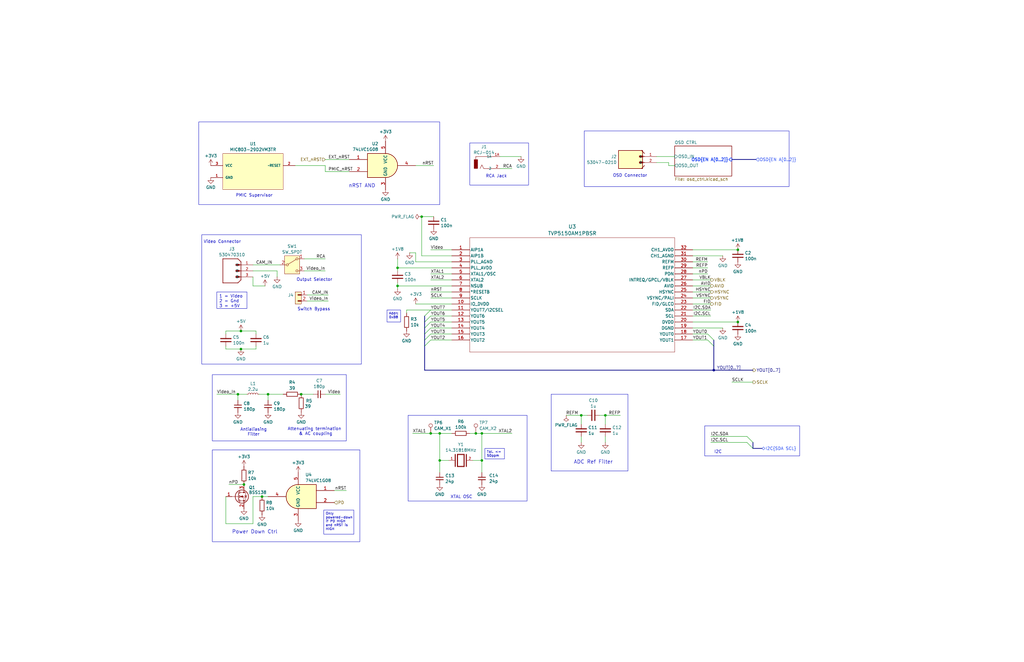
<source format=kicad_sch>
(kicad_sch (version 20231120) (generator "eeschema") (generator_version "8.0")
  (paper "B")
  (title_block (title "Camera Testing Board") (date "2024-10-19") (rev "1") (comment 1 "E. Eidt"))
  (lib_symbols
    (symbol "2pin-Picoblade:53047-0210" (pin_names (offset 1.016))
      (property "Reference" "J" (at -5.58 5.08 0))
      (property "Value" "53047-0210" (at -5.08 -5.08 0))
      (symbol "53047-0210_0_0"
        (rectangle (start -4.445 -0.3175) (end -2.8575 0.3175) (stroke (width 0.1)) (fill (type outline)))
        (rectangle (start -4.445 2.2225) (end -2.8575 2.8575) (stroke (width 0.1)) (fill (type outline)))
        (rectangle (start -4.2863 -2.54) (end 5.8738 5.08) (stroke (width 0.254)) (fill (type background)))
        (polyline (pts (xy -5.08 -1.27) (xy -3.81 -2.54)) (stroke (width 0.254)))
        (polyline (pts (xy -5.08 0) (xy -3.175 0)) (stroke (width 0.254)))
        (polyline (pts (xy -5.08 2.54) (xy -3.175 2.54)) (stroke (width 0.254)))
        (polyline (pts (xy -5.08 3.81) (xy -3.81 5.08)) (stroke (width 0.254)))
      )
      (symbol "53047-0210_1_0"
        (pin passive line (at -10.16 2.54 0) (length 5.08) (name "1") (number "1"))
        (pin passive line (at -10.16 0 0) (length 5.08) (name "2") (number "2"))
      )
    )
    (symbol "3pin-Picoblade:530470310" (pin_names (offset 1.016))
      (property "Reference" "J" (at 0 6.35 0))
      (property "Value" "530470310" (at 0 -7.62 0))
      (symbol "530470310_0_0"
        (polyline (pts (xy 0 -3.81) (xy 1.27 -5.08)) (stroke (width 0.254)))
        (polyline (pts (xy 0 -2.54) (xy 1.905 -2.54)) (stroke (width 0.254)))
        (polyline (pts (xy 0 0) (xy 1.905 0)) (stroke (width 0.254)))
        (polyline (pts (xy 0 2.54) (xy 1.905 2.54)) (stroke (width 0.254)))
        (polyline (pts (xy 0 3.81) (xy 0 -3.81)) (stroke (width 0.254)))
        (polyline (pts (xy 0 3.81) (xy 1.27 5.08)) (stroke (width 0.254)))
        (polyline (pts (xy 1.27 -5.08) (xy 7.62 -5.08)) (stroke (width 0.254)))
        (polyline (pts (xy 7.62 -5.08) (xy 7.62 5.08)) (stroke (width 0.254)))
        (polyline (pts (xy 7.62 5.08) (xy 1.27 5.08)) (stroke (width 0.254)))
        (rectangle (start 0.635 -2.8575) (end 2.2225 -2.2225) (stroke (width 0.1)) (fill (type outline)))
        (rectangle (start 0.635 -0.3175) (end 2.2225 0.3175) (stroke (width 0.1)) (fill (type outline)))
        (rectangle (start 0.635 2.2225) (end 2.2225 2.8575) (stroke (width 0.1)) (fill (type outline)))
        (pin passive line (at -5.08 2.54 0) (length 5.08) (name "1") (number "1"))
        (pin passive line (at -5.08 0 0) (length 5.08) (name "2") (number "2"))
        (pin passive line (at -5.08 -2.54 0) (length 5.08) (name "3") (number "3"))
      )
    )
    (symbol "74xGxx:74LVC1G08"
      (property "Reference" "U" (at -5.08 7.62 0))
      (property "Value" "74LVC1G08" (at 7.62 -7.62 0))
      (symbol "74LVC1G08_0_1"
        (arc (start 0 -5.08) (mid 5.0579 0) (end 0 5.08) (stroke (width 0.254)) (fill (type background)))
        (polyline (pts (xy 0 -5.08) (xy -7.62 -5.08) (xy -7.62 5.08) (xy 0 5.08)) (stroke (width 0.254)) (fill (type background)))
      )
      (symbol "74LVC1G08_1_1"
        (pin input line (at -15.24 2.54 0) (length 7.62) (name "~") (number "1"))
        (pin input line (at -15.24 -2.54 0) (length 7.62) (name "~") (number "2"))
        (pin power_in line (at 0 -10.16 90) (length 5.08) (name "GND") (number "3"))
        (pin output line (at 12.7 0 180) (length 7.62) (name "~") (number "4"))
        (pin power_in line (at 0 10.16 270) (length 5.08) (name "VCC") (number "5"))
      )
    )
    (symbol "ABLS2_14_31818MHZ_D4Y_T:ABLS2-14.31818MHZ-D4Y-T" (pin_names (offset 1.016))
      (property "Reference" "Y" (at -5.0878 3.8159 0))
      (property "Value" "ABLS2-14.31818MHZ-D4Y-T" (at -5.0944 -5.0944 0))
      (symbol "ABLS2-14.31818MHZ-D4Y-T_0_0"
        (polyline (pts (xy -2.3368 2.54) (xy -2.3368 -2.54)) (stroke (width 0.4064)))
        (polyline (pts (xy -1.397 2.54) (xy -1.397 -2.54)) (stroke (width 0.4064)))
        (polyline (pts (xy -1.397 2.54) (xy 1.397 2.54)) (stroke (width 0.4064)))
        (polyline (pts (xy 1.397 -2.54) (xy -1.397 -2.54)) (stroke (width 0.4064)))
        (polyline (pts (xy 1.397 2.54) (xy 1.397 -2.54)) (stroke (width 0.4064)))
        (polyline (pts (xy 2.3368 2.54) (xy 2.3368 -2.54)) (stroke (width 0.4064)))
        (pin passive line (at -5.08 0 0) (length 2.54) (name "~") (number "1"))
        (pin passive line (at 5.08 0 180) (length 2.54) (name "~") (number "2"))
      )
    )
    (symbol "Connector:TestPoint" (pin_numbers hide) (pin_names (offset 0.762) hide)
      (property "Reference" "TP" (at 0 6.858 0))
      (property "Value" "TestPoint" (at 0 5.08 0))
      (symbol "TestPoint_0_1"
        (circle (center 0 3.302) (radius 0.762))
      )
      (symbol "TestPoint_1_1"
        (pin passive line (at 0 0 90) (length 2.54) (name "1") (number "1"))
      )
    )
    (symbol "Device:C_Small" (pin_numbers hide) (pin_names (offset 0.254) hide)
      (property "Reference" "C" (at 0.254 1.778 0))
      (property "Value" "C_Small" (at 0.254 -2.032 0))
      (symbol "C_Small_0_1"
        (polyline (pts (xy -1.524 -0.508) (xy 1.524 -0.508)) (stroke (width 0.3302)))
        (polyline (pts (xy -1.524 0.508) (xy 1.524 0.508)) (stroke (width 0.3048)))
      )
      (symbol "C_Small_1_1"
        (pin passive line (at 0 2.54 270) (length 2.032) (name "~") (number "1"))
        (pin passive line (at 0 -2.54 90) (length 2.032) (name "~") (number "2"))
      )
    )
    (symbol "Device:L_Small" (pin_numbers hide) (pin_names (offset 0.254) hide)
      (property "Reference" "L" (at 0.762 1.016 0))
      (property "Value" "L_Small" (at 0.762 -1.016 0))
      (symbol "L_Small_0_1"
        (arc (start 0 -2.032) (mid 0.5058 -1.524) (end 0 -1.016))
        (arc (start 0 -1.016) (mid 0.5058 -0.508) (end 0 0))
        (arc (start 0 0) (mid 0.5058 0.508) (end 0 1.016))
        (arc (start 0 1.016) (mid 0.5058 1.524) (end 0 2.032))
      )
      (symbol "L_Small_1_1"
        (pin passive line (at 0 2.54 270) (length 0.508) (name "~") (number "1"))
        (pin passive line (at 0 -2.54 90) (length 0.508) (name "~") (number "2"))
      )
    )
    (symbol "MIC803-29D2VM3TR:MIC803-29D2VM3TR" (pin_names (offset 1.016))
      (property "Reference" "U" (at 11.7361 7.2398 0))
      (property "Value" "MIC803-29D2VM3TR" (at 13.8004 -12.9871 0))
      (symbol "MIC803-29D2VM3TR_0_0"
        (rectangle (start 5.08 -10.16) (end 30.48 5.08) (stroke (width 0.127)) (fill (type background)))
        (pin passive line (at 0 -5.08 0) (length 5.08) (name "GND") (number "1"))
        (pin passive line (at 35.56 0 180) (length 5.08) (name "~RESET") (number "2"))
        (pin power_in line (at 0 0 0) (length 5.08) (name "VCC") (number "3"))
      )
    )
    (symbol "PCM_SL_Capacitors:104_Ceramic"
      (property "Reference" "C" (at 0 6.35 0))
      (property "Value" "104_Ceramic" (at 0 3.81 0))
      (symbol "104_Ceramic_0_1"
        (rectangle (start -0.762 2.286) (end -0.508 -2.286) (fill (type outline)))
        (rectangle (start 0.508 2.286) (end 0.762 -2.286) (fill (type outline)))
      )
      (symbol "104_Ceramic_1_1"
        (pin passive line (at -2.54 0 0) (length 2) (name "~") (number "1"))
        (pin input line (at 2.54 0 180) (length 2) (name "~") (number "2"))
      )
    )
    (symbol "PCM_SL_Devices:Capacitor_NP"
      (property "Reference" "C" (at 0 6.35 0))
      (property "Value" "Capacitor_NP" (at 0 3.81 0))
      (symbol "Capacitor_NP_0_1"
        (rectangle (start -0.762 2.286) (end -0.508 -2.286) (fill (type outline)))
        (rectangle (start 0.508 2.286) (end 0.762 -2.286) (fill (type outline)))
      )
      (symbol "Capacitor_NP_1_1"
        (pin passive line (at -2.54 0 0) (length 2) (name "~") (number "1"))
        (pin input line (at 2.54 0 180) (length 2) (name "~") (number "2"))
      )
    )
    (symbol "PCM_SL_Pin_Headers:PINHD_1x2_Male"
      (property "Reference" "J" (at 0 6.35 0))
      (property "Value" "PINHD_1x2_Male" (at 0 3.81 0))
      (symbol "PINHD_1x2_Male_0_1"
        (rectangle (start -1.27 2.54) (end 1.27 -2.54) (fill (type background)))
        (polyline (pts (xy -1.27 -1.27) (xy 0 -1.27)) (stroke (width 0.3)))
        (polyline (pts (xy -1.27 -1.27) (xy 0 -1.27)) (stroke (width 0.5)))
        (polyline (pts (xy -1.27 1.27) (xy 0 1.27)) (stroke (width 0.3)))
        (polyline (pts (xy -1.27 1.27) (xy 0 1.27)) (stroke (width 0.5)))
      )
      (symbol "PINHD_1x2_Male_1_1"
        (pin passive line (at -3.81 1.27 0) (length 2.54) (name "") (number "1"))
        (pin passive line (at -3.81 -1.27 0) (length 2.54) (name "") (number "2"))
      )
    )
    (symbol "PCM_SL_Resistors:100k"
      (property "Reference" "R" (at 0 5.08 0))
      (property "Value" "100k" (at 0 2.54 0))
      (symbol "100k_0_1"
        (rectangle (start -2.286 0.889) (end 2.286 -0.889) (stroke (width 0.24)))
      )
      (symbol "100k_1_1"
        (pin passive line (at -3.81 0 0) (length 1.5) (name "") (number "1"))
        (pin passive line (at 3.81 0 180) (length 1.5) (name "~") (number "2"))
      )
    )
    (symbol "PCM_SL_Resistors:10k"
      (property "Reference" "R" (at 0 5.08 0))
      (property "Value" "10k" (at 0 2.54 0))
      (symbol "10k_0_1"
        (rectangle (start -2.286 0.889) (end 2.286 -0.889) (stroke (width 0.24)))
      )
      (symbol "10k_1_1"
        (pin passive line (at -3.81 0 0) (length 1.5) (name "") (number "1"))
        (pin passive line (at 3.81 0 180) (length 1.5) (name "~") (number "2"))
      )
    )
    (symbol "PCM_SL_Resistors:Resistor"
      (property "Reference" "R" (at 0 5.08 0))
      (property "Value" "Resistor" (at 0 2.54 0))
      (symbol "Resistor_0_1"
        (rectangle (start -2.286 0.889) (end 2.286 -0.889) (stroke (width 0.24)))
      )
      (symbol "Resistor_1_1"
        (pin passive line (at -3.81 0 0) (length 1.5) (name "") (number "1"))
        (pin passive line (at 3.81 0 180) (length 1.5) (name "~") (number "2"))
      )
    )
    (symbol "RCJ-014:RCJ-014" (pin_names (offset 1.016))
      (property "Reference" "J" (at -2.5442 3.8163 0))
      (property "Value" "RCJ-014" (at -2.5431 -6.3577 0))
      (symbol "RCJ-014_0_0"
        (rectangle (start -3.3056 -2.5427) (end -1.778 1.27) (stroke (width 0.1)) (fill (type outline)))
        (polyline (pts (xy -2.54 2.54) (xy -2.54 1.27)) (stroke (width 0.1524)))
        (polyline (pts (xy 0 -1.016) (xy -0.762 -2.54)) (stroke (width 0.1524)))
        (polyline (pts (xy 0.762 -2.54) (xy 0 -1.016)) (stroke (width 0.1524)))
        (polyline (pts (xy 2.54 -2.54) (xy 0.762 -2.54)) (stroke (width 0.1524)))
        (polyline (pts (xy 5.08 -2.54) (xy 2.54 -2.54)) (stroke (width 0.1524)))
        (polyline (pts (xy 5.08 2.54) (xy -2.54 2.54)) (stroke (width 0.1524)))
        (pin passive line (at 7.62 -2.54 180) (length 2.54) (name "2") (number "2"))
      )
      (symbol "RCJ-014_1_0"
        (pin passive line (at 7.62 2.54 180) (length 2.54) (name "1A") (number "1A"))
        (pin no_connect line (at 5.08 5.08 180) (length 2.54) hide (name "1B") (number "1B"))
        (pin no_connect line (at 5.08 7.62 180) (length 2.54) hide (name "1C") (number "1C"))
      )
    )
    (symbol "Switch:SW_SPDT" (pin_names (offset 0) hide)
      (property "Reference" "SW" (at 0 5.08 0))
      (property "Value" "SW_SPDT" (at 0 -5.08 0))
      (symbol "SW_SPDT_0_1"
        (circle (center -2.032 0) (radius 0.4572))
        (polyline (pts (xy -1.651 0.254) (xy 1.651 2.286)))
        (circle (center 2.032 -2.54) (radius 0.4572))
        (circle (center 2.032 2.54) (radius 0.4572))
      )
      (symbol "SW_SPDT_1_1"
        (rectangle (start -3.175 3.81) (end 3.175 -3.81) (fill (type background)))
        (pin passive line (at 5.08 2.54 180) (length 2.54) (name "A") (number "1"))
        (pin passive line (at -5.08 0 0) (length 2.54) (name "B") (number "2"))
        (pin passive line (at 5.08 -2.54 180) (length 2.54) (name "C") (number "3"))
      )
    )
    (symbol "TVP5150AM1PBSR:TVP5150AM1PBSR" (pin_names (offset 0.254))
      (property "Reference" "U" (at 50.8 10.16 0))
      (property "Value" "TVP5150AM1PBSR" (at 50.8 7.62 0))
      (symbol "TVP5150AM1PBSR_0_1"
        (polyline (pts (xy 7.62 -43.18) (xy 93.98 -43.18)) (stroke (width 0.127)))
        (polyline (pts (xy 7.62 5.08) (xy 7.62 -43.18)) (stroke (width 0.127)))
        (polyline (pts (xy 93.98 -43.18) (xy 93.98 5.08)) (stroke (width 0.127)))
        (polyline (pts (xy 93.98 5.08) (xy 7.62 5.08)) (stroke (width 0.127)))
        (pin input line (at 0 0 0) (length 7.62) (name "AIP1A") (number "1"))
        (pin power_in line (at 0 -22.86 0) (length 7.62) (name "IO_DVDD") (number "10"))
        (pin bidirectional line (at 0 -25.4 0) (length 7.62) (name "YOUT7/I2CSEL") (number "11"))
        (pin output line (at 0 -27.94 0) (length 7.62) (name "YOUT6") (number "12"))
        (pin output line (at 0 -30.48 0) (length 7.62) (name "YOUT5") (number "13"))
        (pin output line (at 0 -33.02 0) (length 7.62) (name "YOUT4") (number "14"))
        (pin output line (at 0 -35.56 0) (length 7.62) (name "YOUT3") (number "15"))
        (pin output line (at 0 -38.1 0) (length 7.62) (name "YOUT2") (number "16"))
        (pin output line (at 101.6 -38.1 180) (length 7.62) (name "YOUT1") (number "17"))
        (pin output line (at 101.6 -35.56 180) (length 7.62) (name "YOUT0") (number "18"))
        (pin power_in line (at 101.6 -33.02 180) (length 7.62) (name "DGND") (number "19"))
        (pin input line (at 0 -2.54 0) (length 7.62) (name "AIP1B") (number "2"))
        (pin power_in line (at 101.6 -30.48 180) (length 7.62) (name "DVDD") (number "20"))
        (pin bidirectional line (at 101.6 -27.94 180) (length 7.62) (name "SCL") (number "21"))
        (pin bidirectional line (at 101.6 -25.4 180) (length 7.62) (name "SDA") (number "22"))
        (pin output line (at 101.6 -22.86 180) (length 7.62) (name "FID/GLCO") (number "23"))
        (pin output line (at 101.6 -20.32 180) (length 7.62) (name "VSYNC/PALI") (number "24"))
        (pin output line (at 101.6 -17.78 180) (length 7.62) (name "HSYNC") (number "25"))
        (pin output line (at 101.6 -15.24 180) (length 7.62) (name "AVID") (number "26"))
        (pin bidirectional line (at 101.6 -12.7 180) (length 7.62) (name "INTREQ/GPCL/VBLK") (number "27"))
        (pin input line (at 101.6 -10.16 180) (length 7.62) (name "PDN") (number "28"))
        (pin input line (at 101.6 -7.62 180) (length 7.62) (name "REFP") (number "29"))
        (pin power_in line (at 0 -5.08 0) (length 7.62) (name "PLL_AGND") (number "3"))
        (pin input line (at 101.6 -5.08 180) (length 7.62) (name "REFM") (number "30"))
        (pin input line (at 101.6 -2.54 180) (length 7.62) (name "CH1_AGND") (number "31"))
        (pin input line (at 101.6 0 180) (length 7.62) (name "CH1_AVDD") (number "32"))
        (pin power_in line (at 0 -7.62 0) (length 7.62) (name "PLL_AVDD") (number "4"))
        (pin input line (at 0 -10.16 0) (length 7.62) (name "XTAL1/OSC") (number "5"))
        (pin output line (at 0 -12.7 0) (length 7.62) (name "XTAL2") (number "6"))
        (pin input line (at 0 -15.24 0) (length 7.62) (name "NSUB") (number "7"))
        (pin input line (at 0 -17.78 0) (length 7.62) (name "*RESETB") (number "8"))
        (pin output line (at 0 -20.32 0) (length 7.62) (name "SCLK") (number "9"))
      )
    )
    (symbol "Transistor_FET:BSS138" (pin_names hide)
      (property "Reference" "Q" (at 5.08 1.905 0))
      (property "Value" "BSS138" (at 5.08 0 0))
      (symbol "BSS138_0_1"
        (polyline (pts (xy 0.254 0) (xy -2.54 0)))
        (polyline (pts (xy 0.254 1.905) (xy 0.254 -1.905)) (stroke (width 0.254)))
        (polyline (pts (xy 0.762 -1.27) (xy 0.762 -2.286)) (stroke (width 0.254)))
        (polyline (pts (xy 0.762 0.508) (xy 0.762 -0.508)) (stroke (width 0.254)))
        (polyline (pts (xy 0.762 2.286) (xy 0.762 1.27)) (stroke (width 0.254)))
        (polyline (pts (xy 2.54 2.54) (xy 2.54 1.778)))
        (polyline (pts (xy 2.54 -2.54) (xy 2.54 0) (xy 0.762 0)))
        (polyline (pts (xy 0.762 -1.778) (xy 3.302 -1.778) (xy 3.302 1.778) (xy 0.762 1.778)))
        (polyline (pts (xy 1.016 0) (xy 2.032 0.381) (xy 2.032 -0.381) (xy 1.016 0)) (fill (type outline)))
        (polyline (pts (xy 2.794 0.508) (xy 2.921 0.381) (xy 3.683 0.381) (xy 3.81 0.254)))
        (polyline (pts (xy 3.302 0.381) (xy 2.921 -0.254) (xy 3.683 -0.254) (xy 3.302 0.381)))
        (circle (center 1.651 0) (radius 2.794) (stroke (width 0.254)))
        (circle (center 2.54 -1.778) (radius 0.254) (fill (type outline)))
        (circle (center 2.54 1.778) (radius 0.254) (fill (type outline)))
      )
      (symbol "BSS138_1_1"
        (pin input line (at -5.08 0 0) (length 2.54) (name "G") (number "1"))
        (pin passive line (at 2.54 -5.08 90) (length 2.54) (name "S") (number "2"))
        (pin passive line (at 2.54 5.08 270) (length 2.54) (name "D") (number "3"))
      )
    )
    (symbol "power:+1V8" (power) (pin_numbers hide) (pin_names (offset 0) hide)
      (property "Value" "+1V8" (at 0 3.556 0))
      (symbol "+1V8_0_1"
        (polyline (pts (xy -0.762 1.27) (xy 0 2.54)))
        (polyline (pts (xy 0 0) (xy 0 2.54)))
        (polyline (pts (xy 0 2.54) (xy 0.762 1.27)))
      )
      (symbol "+1V8_1_1"
        (pin power_in line (at 0 0 90) (length 0) (name "~") (number "1"))
      )
    )
    (symbol "power:+3V3" (power) (pin_numbers hide) (pin_names (offset 0) hide)
      (property "Value" "+3V3" (at 0 3.556 0))
      (symbol "+3V3_0_1"
        (polyline (pts (xy -0.762 1.27) (xy 0 2.54)))
        (polyline (pts (xy 0 0) (xy 0 2.54)))
        (polyline (pts (xy 0 2.54) (xy 0.762 1.27)))
      )
      (symbol "+3V3_1_1"
        (pin power_in line (at 0 0 90) (length 0) (name "~") (number "1"))
      )
    )
    (symbol "power:+5V" (power) (pin_numbers hide) (pin_names (offset 0) hide)
      (property "Value" "+5V" (at 0 3.556 0))
      (symbol "+5V_0_1"
        (polyline (pts (xy -0.762 1.27) (xy 0 2.54)))
        (polyline (pts (xy 0 0) (xy 0 2.54)))
        (polyline (pts (xy 0 2.54) (xy 0.762 1.27)))
      )
      (symbol "+5V_1_1"
        (pin power_in line (at 0 0 90) (length 0) (name "~") (number "1"))
      )
    )
    (symbol "power:GND" (power) (pin_numbers hide) (pin_names (offset 0) hide)
      (property "Value" "GND" (at 0 -3.81 0))
      (symbol "GND_0_1"
        (polyline (pts (xy 0 0) (xy 0 -1.27) (xy 1.27 -1.27) (xy 0 -2.54) (xy -1.27 -1.27) (xy 0 -1.27)))
      )
      (symbol "GND_1_1"
        (pin power_in line (at 0 0 270) (length 0) (name "~") (number "1"))
      )
    )
    (symbol "power:PWR_FLAG" (power) (pin_numbers hide) (pin_names (offset 0) hide)
      (property "Value" "PWR_FLAG" (at 0 3.81 0))
      (symbol "PWR_FLAG_0_0"
        (pin power_out line (at 0 0 90) (length 0) (name "~") (number "1"))
      )
      (symbol "PWR_FLAG_0_1"
        (polyline (pts (xy 0 0) (xy 0 1.27) (xy -1.016 1.905) (xy 0 2.54) (xy 1.016 1.905) (xy 0 1.27)))
      )
    )
  )
  (junction (at 255.27 175.26))
  (junction (at 167.64 113.03))
  (junction (at 167.64 120.65))
  (junction (at 101.6 139.7))
  (junction (at 181.61 182.88))
  (junction (at 203.2 194.31))
  (junction (at 245.11 175.26))
  (junction (at 185.42 182.88))
  (junction (at 110.49 209.55))
  (junction (at 100.33 166.37))
  (junction (at 200.66 182.88))
  (junction (at 113.03 166.37))
  (junction (at 300.99 156.21))
  (junction (at 177.8 91.44))
  (junction (at 311.15 135.89))
  (junction (at 127 166.37))
  (junction (at 185.42 194.31))
  (junction (at 101.6 147.32))
  (junction (at 102.87 204.47))
  (junction (at 203.2 182.88))
  (junction (at 311.15 105.41))
  (bus_entry (at 179.07 140.97) (size 2.54 -2.54))
  (bus_entry (at 179.07 146.05) (size 2.54 -2.54))
  (bus_entry (at 298.45 143.51) (size 2.54 2.54))
  (bus_entry (at 179.07 135.89) (size 2.54 -2.54))
  (bus_entry (at 314.96 184.15) (size 2.54 2.54))
  (bus_entry (at 179.07 143.51) (size 2.54 -2.54))
  (bus_entry (at 298.45 140.97) (size 2.54 2.54))
  (bus_entry (at 179.07 138.43) (size 2.54 -2.54))
  (bus_entry (at 314.96 186.69) (size 2.54 2.54))
  (bus_entry (at 179.07 133.35) (size 2.54 -2.54))
  (wire (pts (xy 276.86 68.58) (xy 281.94 68.58)))
  (wire (pts (xy 255.27 184.15) (xy 255.27 186.69)))
  (wire (pts (xy 101.6 147.32) (xy 107.95 147.32)))
  (wire (pts (xy 128.27 109.22) (xy 137.16 109.22)))
  (wire (pts (xy 181.61 143.51) (xy 190.5 143.51)))
  (wire (pts (xy 185.42 199.39) (xy 185.42 194.31)))
  (wire (pts (xy 298.45 113.03) (xy 292.1 113.03)))
  (wire (pts (xy 95.25 147.32) (xy 101.6 147.32)))
  (wire (pts (xy 292.1 143.51) (xy 298.45 143.51)))
  (wire (pts (xy 128.27 114.3) (xy 137.16 114.3)))
  (bus (pts (xy 317.5 189.23) (xy 321.31 189.23)))
  (wire (pts (xy 177.8 107.95) (xy 177.8 91.44)))
  (wire (pts (xy 95.25 139.7) (xy 101.6 139.7)))
  (wire (pts (xy 299.72 133.35) (xy 292.1 133.35)))
  (wire (pts (xy 181.61 105.41) (xy 190.5 105.41)))
  (bus (pts (xy 308.61 67.31) (xy 318.77 67.31)))
  (wire (pts (xy 292.1 135.89) (xy 311.15 135.89)))
  (wire (pts (xy 181.61 140.97) (xy 190.5 140.97)))
  (wire (pts (xy 140.97 207.01) (xy 146.05 207.01)))
  (bus (pts (xy 300.99 156.21) (xy 317.5 156.21)))
  (wire (pts (xy 129.54 124.46) (xy 138.43 124.46)))
  (bus (pts (xy 300.99 143.51) (xy 300.99 146.05)))
  (wire (pts (xy 292.1 140.97) (xy 298.45 140.97)))
  (bus (pts (xy 179.07 135.89) (xy 179.07 138.43)))
  (wire (pts (xy 116.84 114.3) (xy 116.84 116.84)))
  (wire (pts (xy 210.82 66.04) (xy 219.71 66.04)))
  (wire (pts (xy 181.61 182.88) (xy 185.42 182.88)))
  (wire (pts (xy 137.16 72.39) (xy 137.16 69.85)))
  (wire (pts (xy 95.25 220.98) (xy 106.68 220.98)))
  (wire (pts (xy 238.76 175.26) (xy 245.11 175.26)))
  (wire (pts (xy 113.03 166.37) (xy 113.03 168.91)))
  (wire (pts (xy 200.66 182.88) (xy 203.2 182.88)))
  (bus (pts (xy 300.99 146.05) (xy 300.99 156.21)))
  (wire (pts (xy 203.2 182.88) (xy 215.9 182.88)))
  (wire (pts (xy 199.39 194.31) (xy 203.2 194.31)))
  (wire (pts (xy 167.64 109.22) (xy 167.64 113.03)))
  (wire (pts (xy 106.68 209.55) (xy 106.68 220.98)))
  (wire (pts (xy 255.27 175.26) (xy 255.27 179.07)))
  (wire (pts (xy 245.11 184.15) (xy 245.11 186.69)))
  (wire (pts (xy 107.95 139.7) (xy 107.95 140.97)))
  (wire (pts (xy 137.16 166.37) (xy 143.51 166.37)))
  (wire (pts (xy 171.45 130.81) (xy 171.45 132.08)))
  (wire (pts (xy 308.61 161.29) (xy 317.5 161.29)))
  (wire (pts (xy 167.64 121.92) (xy 167.64 120.65)))
  (wire (pts (xy 173.99 182.88) (xy 181.61 182.88)))
  (wire (pts (xy 181.61 115.57) (xy 190.5 115.57)))
  (wire (pts (xy 96.52 204.47) (xy 102.87 204.47)))
  (wire (pts (xy 100.33 166.37) (xy 104.14 166.37)))
  (wire (pts (xy 106.68 114.3) (xy 116.84 114.3)))
  (wire (pts (xy 109.22 166.37) (xy 113.03 166.37)))
  (wire (pts (xy 175.26 69.85) (xy 182.88 69.85)))
  (wire (pts (xy 185.42 194.31) (xy 189.23 194.31)))
  (wire (pts (xy 292.1 105.41) (xy 311.15 105.41)))
  (wire (pts (xy 292.1 120.65) (xy 299.72 120.65)))
  (bus (pts (xy 179.07 138.43) (xy 179.07 140.97)))
  (wire (pts (xy 185.42 194.31) (xy 185.42 182.88)))
  (wire (pts (xy 190.5 107.95) (xy 177.8 107.95)))
  (wire (pts (xy 124.46 69.85) (xy 137.16 69.85)))
  (wire (pts (xy 299.72 125.73) (xy 292.1 125.73)))
  (wire (pts (xy 95.25 139.7) (xy 95.25 140.97)))
  (wire (pts (xy 177.8 91.44) (xy 182.88 91.44)))
  (wire (pts (xy 181.61 133.35) (xy 190.5 133.35)))
  (wire (pts (xy 106.68 116.84) (xy 106.68 120.65)))
  (wire (pts (xy 175.26 110.49) (xy 190.5 110.49)))
  (wire (pts (xy 107.95 147.32) (xy 107.95 146.05)))
  (wire (pts (xy 181.61 123.19) (xy 190.5 123.19)))
  (wire (pts (xy 185.42 182.88) (xy 190.5 182.88)))
  (wire (pts (xy 101.6 139.7) (xy 107.95 139.7)))
  (wire (pts (xy 299.72 184.15) (xy 314.96 184.15)))
  (bus (pts (xy 179.07 133.35) (xy 179.07 135.89)))
  (wire (pts (xy 181.61 138.43) (xy 190.5 138.43)))
  (wire (pts (xy 245.11 175.26) (xy 245.11 179.07)))
  (wire (pts (xy 129.54 127) (xy 138.43 127)))
  (wire (pts (xy 181.61 125.73) (xy 190.5 125.73)))
  (wire (pts (xy 137.16 72.39) (xy 147.32 72.39)))
  (wire (pts (xy 147.32 67.31) (xy 137.16 67.31)))
  (wire (pts (xy 203.2 194.31) (xy 203.2 199.39)))
  (wire (pts (xy 276.86 66.04) (xy 284.48 66.04)))
  (wire (pts (xy 299.72 128.27) (xy 292.1 128.27)))
  (wire (pts (xy 252.73 175.26) (xy 255.27 175.26)))
  (wire (pts (xy 113.03 166.37) (xy 119.38 166.37)))
  (wire (pts (xy 113.03 209.55) (xy 110.49 209.55)))
  (wire (pts (xy 210.82 71.12) (xy 215.9 71.12)))
  (wire (pts (xy 298.45 115.57) (xy 292.1 115.57)))
  (wire (pts (xy 175.26 128.27) (xy 190.5 128.27)))
  (wire (pts (xy 181.61 130.81) (xy 190.5 130.81)))
  (wire (pts (xy 106.68 120.65) (xy 111.76 120.65)))
  (wire (pts (xy 299.72 123.19) (xy 292.1 123.19)))
  (wire (pts (xy 167.64 114.3) (xy 167.64 113.03)))
  (bus (pts (xy 179.07 140.97) (xy 179.07 143.51)))
  (wire (pts (xy 91.44 166.37) (xy 100.33 166.37)))
  (wire (pts (xy 175.26 106.68) (xy 172.72 106.68)))
  (wire (pts (xy 100.33 166.37) (xy 100.33 168.91)))
  (wire (pts (xy 281.94 68.58) (xy 281.94 69.85)))
  (wire (pts (xy 281.94 69.85) (xy 284.48 69.85)))
  (wire (pts (xy 95.25 209.55) (xy 95.25 220.98)))
  (bus (pts (xy 179.07 156.21) (xy 300.99 156.21)))
  (wire (pts (xy 181.61 118.11) (xy 190.5 118.11)))
  (wire (pts (xy 255.27 175.26) (xy 261.62 175.26)))
  (wire (pts (xy 167.64 120.65) (xy 167.64 119.38)))
  (wire (pts (xy 299.72 118.11) (xy 292.1 118.11)))
  (wire (pts (xy 167.64 113.03) (xy 190.5 113.03)))
  (wire (pts (xy 299.72 130.81) (xy 292.1 130.81)))
  (wire (pts (xy 203.2 182.88) (xy 203.2 194.31)))
  (wire (pts (xy 175.26 106.68) (xy 175.26 110.49)))
  (wire (pts (xy 167.64 120.65) (xy 190.5 120.65)))
  (bus (pts (xy 179.07 143.51) (xy 179.07 146.05)))
  (wire (pts (xy 127 166.37) (xy 132.08 166.37)))
  (wire (pts (xy 298.45 110.49) (xy 292.1 110.49)))
  (wire (pts (xy 292.1 107.95) (xy 304.8 107.95)))
  (wire (pts (xy 106.68 111.76) (xy 118.11 111.76)))
  (bus (pts (xy 179.07 146.05) (xy 179.07 156.21)))
  (wire (pts (xy 110.49 209.55) (xy 106.68 209.55)))
  (wire (pts (xy 245.11 175.26) (xy 247.65 175.26)))
  (wire (pts (xy 171.45 130.81) (xy 181.61 130.81)))
  (wire (pts (xy 95.25 147.32) (xy 95.25 146.05)))
  (bus (pts (xy 317.5 186.69) (xy 317.5 189.23)))
  (wire (pts (xy 198.12 182.88) (xy 200.66 182.88)))
  (wire (pts (xy 181.61 135.89) (xy 190.5 135.89)))
  (wire (pts (xy 299.72 186.69) (xy 314.96 186.69)))
  (wire (pts (xy 292.1 138.43) (xy 304.8 138.43)))
  (rectangle (start 232.41 166.37) (end 264.795 198.755))
  (rectangle (start 89.535 189.865) (end 151.765 228.6))
  (rectangle (start 89.535 158.115) (end 146.05 186.055))
  (rectangle (start 297.18 179.705) (end 337.185 192.405))
  (rectangle (start 83.82 51.435) (end 185.42 86.36))
  (rectangle (start 198.12 60.325) (end 222.885 78.105))
  (rectangle (start 246.38 55.245) (end 332.74 78.74))
  (rectangle (start 172.085 175.26) (end 222.25 211.455))
  (rectangle (start 85.09 99.06) (end 152.4 153.67))
  (text_box "Addr: 0xB8" (at 163.195 130.81 0) (size 5.715 5.08) (effects (font (size 1.016 1.016)) (justify left top)))
  (text_box "Only powered-down if PD HIGH and nRST is HIGH" (at 136.525 215.265 0) (size 12.7 10.16) (effects (font (size 1.016 1.016)) (justify left top)))
  (text_box "Tol. <= 50ppm" (at 204.47 189.23 0) (size 8.255 4.445) (effects (font (size 1.016 1.016)) (justify left top)))
  (text_box "1 = Video\n2 = Gnd\n3 = +5V" (at 91.44 123.19 0) (size 12.7 6.985) (effects (font (size 1.27 1.27)) (justify left top)))
  (text "I2C" (at 302.768 190.754 0) (effects (font (size 1.27 1.27))))
  (text "Switch Bypass" (at 132.334 130.556 0) (effects (font (size 1.27 1.27))))
  (text "PMIC Supervisor" (at 107.188 82.55 0) (effects (font (size 1.27 1.27))))
  (text "Power Down Ctrl" (at 107.442 224.536 0) (effects (font (size 1.524 1.524))))
  (text "Attenuating termination \n& AC coupling" (at 133.096 182.118 0) (effects (font (size 1.27 1.27))))
  (text "XTAL OSC" (at 194.564 209.804 0) (effects (font (size 1.27 1.27))))
  (text "OSD Connector" (at 265.684 74.168 0) (effects (font (size 1.27 1.27))))
  (text "nRST AND" (at 152.654 78.486 0) (effects (font (size 1.524 1.524))))
  (text "Video Connector" (at 93.726 102.108 0) (effects (font (size 1.27 1.27))))
  (text "Antialiasing\nFilter" (at 106.934 182.372 0) (effects (font (size 1.27 1.27))))
  (text "ADC Ref Filter\n" (at 250.19 195.072 0) (effects (font (size 1.524 1.524))))
  (text "RCA Jack" (at 209.296 74.422 0) (effects (font (size 1.27 1.27))))
  (text "Output Selector" (at 132.588 118.11 0) (effects (font (size 1.27 1.27))))
  (label "nRST" (at 182.88 69.85 180))
  (label "Video" (at 143.51 166.37 180))
  (label "I2C.SDA" (at 299.72 184.15 0))
  (label "I2C.SCL" (at 299.72 186.69 0))
  (label "YOUT1" (at 292.1 143.51 0))
  (label "YOUT0" (at 292.1 140.97 0))
  (label "XTAL1" (at 173.99 182.88 0))
  (label "YOUT5" (at 181.61 135.89 0))
  (label "YOUT7" (at 181.61 130.81 0))
  (label "XTAL2" (at 181.61 118.11 0))
  (label "FID" (at 299.72 128.27 180))
  (label "YOUT4" (at 181.61 138.43 0))
  (label "SCLK" (at 181.61 125.73 0))
  (label "REFM" (at 243.84 175.26 180))
  (label "CAM_IN" (at 138.43 124.46 180))
  (label "nRST" (at 146.05 207.01 180))
  (label "RCA" (at 215.9 71.12 180))
  (label "Video_In" (at 137.16 114.3 180))
  (label "RCA" (at 137.16 109.22 180))
  (label "Video_In" (at 91.44 166.37 0))
  (label "nPD" (at 96.52 204.47 0))
  (label "XTAL2" (at 215.9 182.88 180))
  (label "I2C.SDA" (at 299.72 130.81 180))
  (label "YOUT6" (at 181.61 133.35 0))
  (label "XTAL1" (at 181.61 115.57 0))
  (label "I2C.SCL" (at 299.72 133.35 180))
  (label "EXT_nRST" (at 138.43 67.31 0))
  (label "CAM_IN" (at 107.95 111.76 0))
  (label "YOUT3" (at 181.61 140.97 0))
  (label "REFM" (at 298.45 110.49 180))
  (label "VBLK" (at 299.72 118.11 180))
  (label "Video" (at 181.61 105.41 0))
  (label "YOUT[0..7]" (at 302.26 156.21 0))
  (label "REFP" (at 298.45 113.03 180))
  (label "YOUT2" (at 181.61 143.51 0))
  (label "AVID" (at 299.72 120.65 180))
  (label "VSYNC" (at 299.72 125.73 180))
  (label "REFP" (at 261.62 175.26 180))
  (label "SCLK" (at 308.61 161.29 0))
  (label "nRST" (at 181.61 123.19 0))
  (label "HSYNC" (at 299.72 123.19 180))
  (label "PMIC_nRST" (at 138.43 72.39 0))
  (label "Video_In" (at 138.43 127 180))
  (label "nPD" (at 298.45 115.57 180))
  (hierarchical_label "OSD{EN A[0..2]}" (shape input) (at 318.77 67.31 0))
  (hierarchical_label "AVID" (shape output) (at 299.72 120.65 0))
  (hierarchical_label "VBLK" (shape output) (at 299.72 118.11 0))
  (hierarchical_label "I2C{SDA SCL}" (shape bidirectional) (at 321.31 189.23 0))
  (hierarchical_label "EXT_nRST" (shape input) (at 137.16 67.31 180))
  (hierarchical_label "HSYNC" (shape output) (at 299.72 123.19 0))
  (hierarchical_label "PD" (shape input) (at 140.97 212.09 0))
  (hierarchical_label "VSYNC" (shape output) (at 299.72 125.73 0))
  (hierarchical_label "SCLK" (shape output) (at 317.5 161.29 0))
  (hierarchical_label "FID" (shape output) (at 299.72 128.27 0))
  (hierarchical_label "YOUT[0..7]" (shape output) (at 317.5 156.21 0))
  (symbol (lib_id "PCM_SL_Devices:Capacitor_NP") (at 255.27 181.61 90) (unit 1)
    (property "Reference" "C12" (at 258.191 180.3978 90) (effects (justify right)))
    (property "Value" "1u" (at 258.191 182.8221 90) (effects (justify right)))
    (property "Footprint" "Capacitor_SMD:C_0603_1608Metric" (effects (hide yes)))
    (property "Description" "Unpolarized Capacitor" (effects (hide yes)))
  )
  (symbol (lib_id "PCM_SL_Resistors:10k") (at 102.87 200.66 90) (unit 1)
    (property "Reference" "R7" (at 104.514 199.4478 90) (effects (justify right)))
    (property "Value" "10k" (at 104.514 201.8721 90) (effects (justify right)))
    (property "Footprint" "Resistor_SMD:R_0603_1608Metric" (effects (hide yes)))
    (property "Description" "10kΩ, 1/4W Resistor" (effects (hide yes)))
  )
  (symbol (lib_id "PCM_SL_Capacitors:104_Ceramic") (at 95.25 143.51 90) (unit 1)
    (property "Reference" "C5" (at 98.171 142.2978 90) (effects (justify right)))
    (property "Value" "100n" (at 98.171 144.7221 90) (effects (justify right)))
    (property "Footprint" "Capacitor_SMD:C_0603_1608Metric" (effects (hide yes)))
    (property "Description" "100nF Ceramic Capacitor" (effects (hide yes)))
  )
  (symbol (lib_id "PCM_SL_Capacitors:104_Ceramic") (at 311.15 138.43 90) (unit 1)
    (property "Reference" "C4" (at 314.071 137.2178 90) (effects (justify right)))
    (property "Value" "100n" (at 314.071 139.6421 90) (effects (justify right)))
    (property "Footprint" "Capacitor_SMD:C_0603_1608Metric" (effects (hide yes)))
    (property "Description" "100nF Ceramic Capacitor" (effects (hide yes)))
  )
  (symbol (lib_id "power:GND") (at 203.2 204.47 0) (unit 1)
    (property "Reference" "#PWR030" (effects (hide yes)))
    (property "Value" "GND" (at 203.2 208.6031 0))
    (property "Description" "Power symbol creates a global label with name \"GND\" , ground" (effects (hide yes)))
  )
  (symbol (lib_id "power:GND") (at 219.71 66.04 0) (unit 1)
    (property "Reference" "#PWR02" (effects (hide yes)))
    (property "Value" "GND" (at 219.71 70.1731 0))
    (property "Description" "Power symbol creates a global label with name \"GND\" , ground" (effects (hide yes)))
  )
  (symbol (lib_id "power:GND") (at 245.11 186.69 0) (unit 1)
    (property "Reference" "#PWR025" (effects (hide yes)))
    (property "Value" "GND" (at 245.11 190.8231 0))
    (property "Description" "Power symbol creates a global label with name \"GND\" , ground" (effects (hide yes)))
  )
  (symbol (lib_id "power:+1V8") (at 311.15 105.41 0) (unit 1)
    (property "Reference" "#PWR07" (effects (hide yes)))
    (property "Value" "+1V8" (at 310.896 101.346 0))
    (property "Description" "Power symbol creates a global label with name \"+1V8\"" (effects (hide yes)))
  )
  (symbol (lib_id "Device:L_Small") (at 106.68 166.37 90) (unit 1)
    (property "Reference" "L1" (at 106.68 161.8467 90))
    (property "Value" "2.2u" (at 106.68 164.271 90))
    (property "Footprint" "Inductor_SMD:L_1008_2520Metric" (effects (hide yes)))
    (property "Description" "Inductor, small symbol" (effects (hide yes)))
  )
  (symbol (lib_id "power:+1V8") (at 311.15 135.89 0) (unit 1)
    (property "Reference" "#PWR016" (effects (hide yes)))
    (property "Value" "+1V8" (at 311.15 131.7569 0))
    (property "Description" "Power symbol creates a global label with name \"+1V8\"" (effects (hide yes)))
  )
  (symbol (lib_id "RCJ-014:RCJ-014") (at 203.2 68.58 0) (unit 1)
    (property "Reference" "J1" (at 204.1003 61.9463 0))
    (property "Value" "RCJ-014" (at 204.1003 64.3706 0))
    (property "Footprint" "RCJ-014:CUI_RCJ-014" (effects (hide yes)))
    (property "STANDARD" "Manufacturer recommendations" (effects (hide yes)))
    (property "PART_REV" "B" (effects (hide yes)))
    (property "MANUFACTURER" "CUI Inc" (effects (hide yes)))
  )
  (symbol (lib_id "ABLS2_14_31818MHZ_D4Y_T:ABLS2-14.31818MHZ-D4Y-T") (at 194.31 194.31 0) (unit 1)
    (property "Reference" "Y1" (at 194.31 187.5493 0))
    (property "Value" "14.31818MHz" (at 194.31 189.9736 0))
    (property "Footprint" "ABLS2_14_31818MHZ_D4Y_T:XTAL_ABLS2-14.31818MHZ-D4Y-T" (effects (hide yes)))
    (property "PARTREV" "11.15.2016" (effects (hide yes)))
    (property "STANDARD" "Manufacturer Recommendations" (effects (hide yes)))
    (property "MAXIMUM_PACKAGE_HEIGHT" "3.3 mm" (effects (hide yes)))
    (property "MANUFACTURER" "Abracon" (effects (hide yes)))
  )
  (symbol (lib_id "PCM_SL_Devices:Capacitor_NP") (at 245.11 181.61 90) (unit 1)
    (property "Reference" "C11" (at 248.031 180.3978 90) (effects (justify right)))
    (property "Value" "1u" (at 248.031 182.8221 90) (effects (justify right)))
    (property "Footprint" "Capacitor_SMD:C_0603_1608Metric" (effects (hide yes)))
    (property "Description" "Unpolarized Capacitor" (effects (hide yes)))
  )
  (symbol (lib_id "Transistor_FET:BSS138") (at 100.33 209.55 0) (unit 1)
    (property "Reference" "Q1" (at 104.902 205.74 0) (effects (justify left)))
    (property "Value" "BSS138" (at 104.902 207.772 0) (effects (justify left)))
    (property "Footprint" "Package_TO_SOT_SMD:SOT-23" (effects (hide yes)))
    (property "Datasheet" "https://www.onsemi.com/pub/Collateral/BSS138-D.PDF" (effects (hide yes)))
    (property "Description" "50V Vds, 0.22A Id, N-Channel MOSFET, SOT-23" (effects (hide yes)))
  )
  (symbol (lib_id "power:GND") (at 100.33 173.99 0) (unit 1)
    (property "Reference" "#PWR022" (effects (hide yes)))
    (property "Value" "GND" (at 100.33 178.1231 0))
    (property "Description" "Power symbol creates a global label with name \"GND\" , ground" (effects (hide yes)))
  )
  (symbol (lib_id "power:GND") (at 182.88 96.52 0) (unit 1)
    (property "Reference" "#PWR06" (effects (hide yes)))
    (property "Value" "GND" (at 182.88 100.6531 0))
    (property "Description" "Power symbol creates a global label with name \"GND\" , ground" (effects (hide yes)))
  )
  (symbol (lib_id "power:PWR_FLAG") (at 238.76 175.26 180) (unit 1)
    (property "Reference" "#FLG02" (effects (hide yes)))
    (property "Value" "PWR_FLAG" (at 238.76 179.3931 0))
    (property "Description" "Special symbol for telling ERC where power comes from" (effects (hide yes)))
  )
  (symbol (lib_id "Device:C_Small") (at 113.03 171.45 0) (unit 1)
    (property "Reference" "C9" (at 115.3541 170.2441 0) (effects (justify left)))
    (property "Value" "180p" (at 115.3541 172.6684 0) (effects (justify left)))
    (property "Footprint" "Capacitor_SMD:C_0402_1005Metric" (effects (hide yes)))
    (property "Description" "Unpolarized capacitor, small symbol" (effects (hide yes)))
  )
  (symbol (lib_id "74xGxx:74LVC1G08") (at 162.56 69.85 0) (unit 1)
    (property "Reference" "U2" (at 159.5435 60.6255 0) (effects (justify right)))
    (property "Value" "74LVC1G08" (at 159.5435 63.0498 0) (effects (justify right)))
    (property "Footprint" "Package_TO_SOT_SMD:SOT-23-5" (effects (hide yes)))
    (property "Datasheet" "https://www.ti.com/lit/ds/symlink/sn74lvc1g08.pdf" (effects (hide yes)))
    (property "Description" "Single AND Gate, Low-Voltage CMOS" (effects (hide yes)))
  )
  (symbol (lib_id "PCM_SL_Capacitors:104_Ceramic") (at 167.64 116.84 90) (unit 1)
    (property "Reference" "C3" (at 170.561 115.6278 90) (effects (justify right)))
    (property "Value" "100n" (at 170.561 118.0521 90) (effects (justify right)))
    (property "Footprint" "Capacitor_SMD:C_0603_1608Metric" (effects (hide yes)))
    (property "Description" "100nF Ceramic Capacitor" (effects (hide yes)))
  )
  (symbol (lib_id "power:GND") (at 167.64 121.92 0) (unit 1)
    (property "Reference" "#PWR014" (effects (hide yes)))
    (property "Value" "GND" (at 167.64 126.0531 0))
    (property "Description" "Power symbol creates a global label with name \"GND\" , ground" (effects (hide yes)))
  )
  (symbol (lib_id "Connector:TestPoint") (at 181.61 182.88 0) (unit 1)
    (property "Reference" "TP6" (at 183.007 178.3658 0) (effects (justify left)))
    (property "Value" "CAM_X1" (at 183.007 180.7901 0) (effects (justify left)))
    (property "Footprint" "TestPoint:TestPoint_Keystone_5000-5004_Miniature" (effects (hide yes)))
    (property "Description" "test point" (effects (hide yes)))
  )
  (symbol (lib_id "Device:C_Small") (at 203.2 201.93 0) (unit 1)
    (property "Reference" "C14" (at 206.248 200.66 0) (effects (justify left)))
    (property "Value" "24p" (at 206.248 203.0843 0) (effects (justify left)))
    (property "Footprint" "Capacitor_SMD:C_0402_1005Metric" (effects (hide yes)))
    (property "Description" "Unpolarized capacitor, small symbol" (effects (hide yes)))
  )
  (symbol (lib_id "PCM_SL_Pin_Headers:PINHD_1x2_Male") (at 125.73 125.73 0) (mirror y) (unit 1)
    (property "Reference" "J4" (at 123.825 124.5178 0) (effects (justify left)))
    (property "Value" "PINHD_1x2_Male" (effects (hide yes)))
    (property "Footprint" "Connector_PinHeader_2.54mm:PinHeader_1x02_P2.54mm_Vertical" (effects (hide yes)))
    (property "Description" "Pin Header male with pin space 2.54mm. Pin Count -2" (effects (hide yes)))
  )
  (symbol (lib_id "power:GND") (at 102.87 214.63 0) (unit 1)
    (property "Reference" "#PWR031" (effects (hide yes)))
    (property "Value" "GND" (at 102.87 218.7631 0))
    (property "Description" "Power symbol creates a global label with name \"GND\" , ground" (effects (hide yes)))
  )
  (symbol (lib_id "power:GND") (at 304.8 107.95 0) (unit 1)
    (property "Reference" "#PWR09" (effects (hide yes)))
    (property "Value" "GND" (at 304.8 112.0831 0))
    (property "Description" "Power symbol creates a global label with name \"GND\" , ground" (effects (hide yes)))
  )
  (symbol (lib_id "Connector:TestPoint") (at 200.66 182.88 0) (unit 1)
    (property "Reference" "TP7" (at 202.057 178.3658 0) (effects (justify left)))
    (property "Value" "CAM_X2" (at 202.057 180.7901 0) (effects (justify left)))
    (property "Footprint" "TestPoint:TestPoint_Keystone_5000-5004_Miniature" (effects (hide yes)))
    (property "Description" "test point" (effects (hide yes)))
  )
  (symbol (lib_id "PCM_SL_Resistors:10k") (at 171.45 135.89 90) (unit 1)
    (property "Reference" "R3" (at 173.094 134.6778 90) (effects (justify right)))
    (property "Value" "10k" (at 173.094 137.1021 90) (effects (justify right)))
    (property "Footprint" "Resistor_SMD:R_0603_1608Metric" (effects (hide yes)))
    (property "Description" "10kΩ, 1/4W Resistor" (effects (hide yes)))
  )
  (symbol (lib_id "PCM_SL_Devices:Capacitor_NP") (at 250.19 175.26 180) (unit 1)
    (property "Reference" "C10" (at 250.19 168.9565 0))
    (property "Value" "1u" (at 250.19 171.3808 0))
    (property "Footprint" "Capacitor_SMD:C_0603_1608Metric" (effects (hide yes)))
    (property "Description" "Unpolarized Capacitor" (effects (hide yes)))
  )
  (symbol (lib_id "power:GND") (at 185.42 204.47 0) (unit 1)
    (property "Reference" "#PWR029" (effects (hide yes)))
    (property "Value" "GND" (at 185.42 208.6031 0))
    (property "Description" "Power symbol creates a global label with name \"GND\" , ground" (effects (hide yes)))
  )
  (symbol (lib_id "PCM_SL_Resistors:100k") (at 194.31 182.88 0) (unit 1)
    (property "Reference" "R6" (at 194.31 177.8535 0))
    (property "Value" "100k" (at 194.31 180.2778 0))
    (property "Footprint" "Resistor_SMD:R_0603_1608Metric" (effects (hide yes)))
    (property "Description" "100kΩ, 1/4W Resistor" (effects (hide yes)))
  )
  (symbol (lib_id "power:GND") (at 116.84 116.84 0) (unit 1)
    (property "Reference" "#PWR012" (effects (hide yes)))
    (property "Value" "GND" (at 116.84 120.9731 0))
    (property "Description" "Power symbol creates a global label with name \"GND\" , ground" (effects (hide yes)))
  )
  (symbol (lib_id "power:GND") (at 110.49 217.17 0) (unit 1)
    (property "Reference" "#PWR032" (effects (hide yes)))
    (property "Value" "GND" (at 110.49 221.3031 0))
    (property "Description" "Power symbol creates a global label with name \"GND\" , ground" (effects (hide yes)))
  )
  (symbol (lib_id "TVP5150AM1PBSR:TVP5150AM1PBSR") (at 190.5 105.41 0) (unit 1)
    (property "Reference" "U3" (at 241.3 95.6361 0) (effects (font (size 1.524 1.524))))
    (property "Value" "TVP5150AM1PBSR" (at 241.3 98.469 0) (effects (font (size 1.524 1.524))))
    (property "Footprint" "TVP5150AM1PBSR:PBS32" (effects (hide yes)))
    (property "Datasheet" "TVP5150AM1PBSR" (effects (hide yes)))
  )
  (symbol (lib_id "power:GND") (at 172.72 106.68 0) (unit 1)
    (property "Reference" "#PWR08" (effects (hide yes)))
    (property "Value" "GND" (at 172.72 110.8131 0))
    (property "Description" "Power symbol creates a global label with name \"GND\" , ground" (effects (hide yes)))
  )
  (symbol (lib_id "Device:C_Small") (at 185.42 201.93 0) (unit 1)
    (property "Reference" "C13" (at 187.7441 200.7241 0) (effects (justify left)))
    (property "Value" "24p" (at 187.7441 203.1484 0) (effects (justify left)))
    (property "Footprint" "Capacitor_SMD:C_0402_1005Metric" (effects (hide yes)))
    (property "Description" "Unpolarized capacitor, small symbol" (effects (hide yes)))
  )
  (symbol (lib_id "2pin-Picoblade:53047-0210") (at 266.7 68.58 0) (mirror y) (unit 1)
    (property "Reference" "J2" (at 260.0642 66.0978 0) (effects (justify left)))
    (property "Value" "53047-0210" (at 260.0642 68.5221 0) (effects (justify left)))
    (property "Footprint" "Connector_Molex:Molex_PicoBlade_53047-0210_1x02_P1.25mm_Vertical" (effects (hide yes)))
    (property "PARTREV" "04/19/2022" (effects (hide yes)))
    (property "STANDARD" "Manufacturer Recommendations" (effects (hide yes)))
    (property "MANUFACTURER" "Molex" (effects (hide yes)))
  )
  (symbol (lib_id "power:GND") (at 101.6 147.32 0) (unit 1)
    (property "Reference" "#PWR021" (effects (hide yes)))
    (property "Value" "GND" (at 101.6 151.4531 0))
    (property "Description" "Power symbol creates a global label with name \"GND\" , ground" (effects (hide yes)))
  )
  (symbol (lib_id "power:GND") (at 88.9 74.93 0) (unit 1)
    (property "Reference" "#PWR04" (effects (hide yes)))
    (property "Value" "GND" (at 88.9 79.0631 0))
    (property "Description" "Power symbol creates a global label with name \"GND\" , ground" (effects (hide yes)))
  )
  (symbol (lib_id "power:GND") (at 255.27 186.69 0) (unit 1)
    (property "Reference" "#PWR026" (effects (hide yes)))
    (property "Value" "GND" (at 255.27 190.8231 0))
    (property "Description" "Power symbol creates a global label with name \"GND\" , ground" (effects (hide yes)))
  )
  (symbol (lib_id "power:GND") (at 162.56 80.01 0) (unit 1)
    (property "Reference" "#PWR05" (effects (hide yes)))
    (property "Value" "GND" (at 162.56 84.1431 0))
    (property "Description" "Power symbol creates a global label with name \"GND\" , ground" (effects (hide yes)))
  )
  (symbol (lib_id "power:GND") (at 113.03 173.99 0) (unit 1)
    (property "Reference" "#PWR023" (effects (hide yes)))
    (property "Value" "GND" (at 113.03 178.1231 0))
    (property "Description" "Power symbol creates a global label with name \"GND\" , ground" (effects (hide yes)))
  )
  (symbol (lib_id "power:+3V3") (at 102.87 196.85 0) (unit 1)
    (property "Reference" "#PWR027" (effects (hide yes)))
    (property "Value" "+3V3" (at 102.87 192.7169 0))
    (property "Description" "Power symbol creates a global label with name \"+3V3\"" (effects (hide yes)))
  )
  (symbol (lib_id "power:GND") (at 304.8 138.43 0) (unit 1)
    (property "Reference" "#PWR017" (effects (hide yes)))
    (property "Value" "GND" (at 304.8 142.5631 0))
    (property "Description" "Power symbol creates a global label with name \"GND\" , ground" (effects (hide yes)))
  )
  (symbol (lib_id "74xGxx:74LVC1G08") (at 125.73 209.55 0) (mirror y) (unit 1)
    (property "Reference" "U4" (at 128.7465 200.3255 0) (effects (justify right)))
    (property "Value" "74LVC1G08" (at 128.7465 202.7498 0) (effects (justify right)))
    (property "Footprint" "Package_TO_SOT_SMD:SOT-23-5" (effects (hide yes)))
    (property "Datasheet" "https://www.ti.com/lit/ds/symlink/sn74lvc1g08.pdf" (effects (hide yes)))
    (property "Description" "Single AND Gate, Low-Voltage CMOS" (effects (hide yes)))
  )
  (symbol (lib_id "Switch:SW_SPDT") (at 123.19 111.76 0) (unit 1)
    (property "Reference" "SW1" (at 123.19 103.9325 0))
    (property "Value" "SW_SPDT" (at 123.19 106.3568 0))
    (property "Footprint" "Button_Switch_THT:SW_Slide_SPDT_Straight_CK_OS102011MS2Q" (effects (hide yes)))
    (property "Description" "Switch, single pole double throw" (effects (hide yes)))
  )
  (symbol (lib_id "power:+5V") (at 101.6 139.7 0) (unit 1)
    (property "Reference" "#PWR018" (effects (hide yes)))
    (property "Value" "+5V" (at 101.6 135.5669 0))
    (property "Description" "Power symbol creates a global label with name \"+5V\"" (effects (hide yes)))
  )
  (symbol (lib_id "power:+3V3") (at 88.9 69.85 0) (unit 1)
    (property "Reference" "#PWR03" (effects (hide yes)))
    (property "Value" "+3V3" (at 88.9 65.7169 0))
    (property "Description" "Power symbol creates a global label with name \"+3V3\"" (effects (hide yes)))
  )
  (symbol (lib_id "power:GND") (at 125.73 219.71 0) (unit 1)
    (property "Reference" "#PWR033" (effects (hide yes)))
    (property "Value" "GND" (at 125.73 223.8431 0))
    (property "Description" "Power symbol creates a global label with name \"GND\" , ground" (effects (hide yes)))
  )
  (symbol (lib_id "power:PWR_FLAG") (at 177.8 91.44 90) (unit 1)
    (property "Reference" "#FLG01" (effects (hide yes)))
    (property "Value" "PWR_FLAG" (at 174.6251 91.44 90) (effects (justify left)))
    (property "Description" "Special symbol for telling ERC where power comes from" (effects (hide yes)))
  )
  (symbol (lib_id "power:+3V3") (at 125.73 199.39 0) (unit 1)
    (property "Reference" "#PWR028" (effects (hide yes)))
    (property "Value" "+3V3" (at 125.73 195.2569 0))
    (property "Description" "Power symbol creates a global label with name \"+3V3\"" (effects (hide yes)))
  )
  (symbol (lib_id "PCM_SL_Resistors:Resistor") (at 127 170.18 270) (unit 1)
    (property "Reference" "R5" (at 130.302 169.164 90))
    (property "Value" "39" (at 129.794 171.45 90))
    (property "Footprint" "Resistor_SMD:R_0603_1608Metric" (effects (hide yes)))
    (property "Description" "1/4W Resistor" (effects (hide yes)))
  )
  (symbol (lib_id "PCM_SL_Capacitors:104_Ceramic") (at 311.15 107.95 90) (unit 1)
    (property "Reference" "C2" (at 314.071 106.7378 90) (effects (justify right)))
    (property "Value" "100n" (at 314.071 109.1621 90) (effects (justify right)))
    (property "Footprint" "Capacitor_SMD:C_0603_1608Metric" (effects (hide yes)))
    (property "Description" "100nF Ceramic Capacitor" (effects (hide yes)))
  )
  (symbol (lib_id "power:+3V3") (at 175.26 128.27 0) (unit 1)
    (property "Reference" "#PWR015" (effects (hide yes)))
    (property "Value" "+3V3" (at 175.26 124.1369 0))
    (property "Description" "Power symbol creates a global label with name \"+3V3\"" (effects (hide yes)))
  )
  (symbol (lib_id "power:+5V") (at 111.76 120.65 0) (unit 1)
    (property "Reference" "#PWR013" (effects (hide yes)))
    (property "Value" "+5V" (at 111.76 116.5169 0))
    (property "Description" "Power symbol creates a global label with name \"+5V\"" (effects (hide yes)))
  )
  (symbol (lib_id "3pin-Picoblade:530470310") (at 101.6 114.3 0) (mirror y) (unit 1)
    (property "Reference" "J3" (at 97.79 105.0755 0))
    (property "Value" "530470310" (at 97.79 107.4998 0))
    (property "Footprint" "3pin-Picoblade:MOLEX_530470310" (effects (hide yes)))
    (property "PARTREV" "A" (effects (hide yes)))
    (property "STANDARD" "Manufacturer Recommendations" (effects (hide yes)))
    (property "MAXIMUM_PACKAGE_HEIGHT" "4.2 mm" (effects (hide yes)))
    (property "MANUFACTURER" "Molex" (effects (hide yes)))
  )
  (symbol (lib_id "PCM_SL_Capacitors:104_Ceramic") (at 182.88 93.98 90) (unit 1)
    (property "Reference" "C1" (at 185.801 92.7678 90) (effects (justify right)))
    (property "Value" "100n" (at 185.801 95.1921 90) (effects (justify right)))
    (property "Footprint" "Capacitor_SMD:C_0603_1608Metric" (effects (hide yes)))
    (property "Description" "100nF Ceramic Capacitor" (effects (hide yes)))
  )
  (symbol (lib_id "power:+3V3") (at 162.56 59.69 0) (unit 1)
    (property "Reference" "#PWR01" (effects (hide yes)))
    (property "Value" "+3V3" (at 162.56 55.5569 0))
    (property "Description" "Power symbol creates a global label with name \"+3V3\"" (effects (hide yes)))
  )
  (symbol (lib_id "Device:C_Small") (at 100.33 171.45 0) (unit 1)
    (property "Reference" "C8" (at 102.6541 170.2441 0) (effects (justify left)))
    (property "Value" "180p" (at 102.6541 172.6684 0) (effects (justify left)))
    (property "Footprint" "Capacitor_SMD:C_0402_1005Metric" (effects (hide yes)))
    (property "Description" "Unpolarized capacitor, small symbol" (effects (hide yes)))
  )
  (symbol (lib_id "power:GND") (at 311.15 110.49 0) (unit 1)
    (property "Reference" "#PWR011" (effects (hide yes)))
    (property "Value" "GND" (at 311.15 114.6231 0))
    (property "Description" "Power symbol creates a global label with name \"GND\" , ground" (effects (hide yes)))
  )
  (symbol (lib_id "power:GND") (at 127 173.99 0) (unit 1)
    (property "Reference" "#PWR024" (effects (hide yes)))
    (property "Value" "GND" (at 127 178.1231 0))
    (property "Description" "Power symbol creates a global label with name \"GND\" , ground" (effects (hide yes)))
  )
  (symbol (lib_id "power:+1V8") (at 167.64 109.22 0) (unit 1)
    (property "Reference" "#PWR010" (effects (hide yes)))
    (property "Value" "+1V8" (at 167.64 105.0869 0))
    (property "Description" "Power symbol creates a global label with name \"+1V8\"" (effects (hide yes)))
  )
  (symbol (lib_id "PCM_SL_Resistors:Resistor") (at 123.19 166.37 0) (unit 1)
    (property "Reference" "R4" (at 123.19 161.3435 0))
    (property "Value" "39" (at 123.19 163.83 0))
    (property "Footprint" "Resistor_SMD:R_0603_1608Metric" (effects (hide yes)))
    (property "Description" "1/4W Resistor" (effects (hide yes)))
  )
  (symbol (lib_id "Device:C_Small") (at 134.62 166.37 90) (unit 1)
    (property "Reference" "C7" (at 134.6263 160.6634 90))
    (property "Value" "180p" (at 134.6263 163.0877 90))
    (property "Footprint" "Capacitor_SMD:C_0402_1005Metric" (effects (hide yes)))
    (property "Description" "Unpolarized capacitor, small symbol" (effects (hide yes)))
  )
  (symbol (lib_id "PCM_SL_Resistors:10k") (at 110.49 213.36 90) (unit 1)
    (property "Reference" "R8" (at 112.134 212.1478 90) (effects (justify right)))
    (property "Value" "10k" (at 112.134 214.5721 90) (effects (justify right)))
    (property "Footprint" "Resistor_SMD:R_0603_1608Metric" (effects (hide yes)))
    (property "Description" "10kΩ, 1/4W Resistor" (effects (hide yes)))
  )
  (symbol (lib_id "power:GND") (at 171.45 139.7 0) (unit 1)
    (property "Reference" "#PWR019" (effects (hide yes)))
    (property "Value" "GND" (at 171.45 143.8331 0))
    (property "Description" "Power symbol creates a global label with name \"GND\" , ground" (effects (hide yes)))
  )
  (symbol (lib_id "PCM_SL_Devices:Capacitor_NP") (at 107.95 143.51 90) (unit 1)
    (property "Reference" "C6" (at 110.871 142.2978 90) (effects (justify right)))
    (property "Value" "1u" (at 110.871 144.7221 90) (effects (justify right)))
    (property "Footprint" "Capacitor_SMD:C_0603_1608Metric" (effects (hide yes)))
    (property "Description" "Unpolarized Capacitor" (effects (hide yes)))
  )
  (symbol (lib_id "MIC803-29D2VM3TR:MIC803-29D2VM3TR") (at 88.9 69.85 0) (unit 1)
    (property "Reference" "U1" (at 106.68 60.689 0))
    (property "Value" "MIC803-29D2VM3TR" (at 106.68 63.1133 0))
    (property "Footprint" "MIC803-29D2VM3TR:SOT95P232X110-3N" (effects (hide yes)))
    (property "MPN" "MIC803-29D2VM3TR" (effects (hide yes)))
    (property "SUPPLIER" "MICREL SEMICONDUCTOR" (effects (hide yes)))
    (property "OC_NEWARK" "58T4946" (effects (hide yes)))
    (property "OC_FARNELL" "1924764" (effects (hide yes)))
    (property "PACKAGE" "SOT-23-3" (effects (hide yes)))
  )
  (symbol (lib_id "power:GND") (at 311.15 140.97 0) (unit 1)
    (property "Reference" "#PWR020" (effects (hide yes)))
    (property "Value" "GND" (at 311.15 145.1031 0))
    (property "Description" "Power symbol creates a global label with name \"GND\" , ground" (effects (hide yes)))
  )
  (sheet (at 284.48 61.595) (size 24.13 12.7) (stroke (width 0.1524))
    (property "Sheetname" "OSD CTRL" (at 284.48 60.8834 0) (effects (justify left bottom)))
    (property "Sheetfile" "osd_ctrl.kicad_sch" (at 284.48 74.8796 0) (effects (justify left top)))
    (pin "OSD{EN A[0..2]}" input (at 308.61 67.31 0) (effects (font (thickness 0.254) (bold yes))))
    (pin "OSD_IN" input (at 284.48 66.04 180))
    (pin "OSD_OUT" output (at 284.48 69.85 180))
  )
)
</source>
